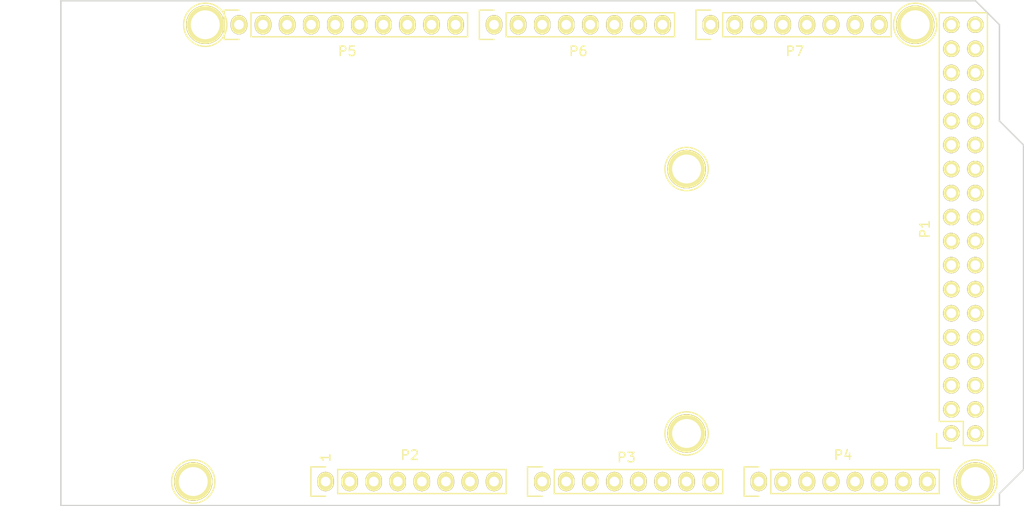
<source format=kicad_pcb>
(kicad_pcb (version 20221018) (generator pcbnew)
  (title_block (date "mar. 31 mars 2015"))
  (layers (0 "F.Cu" signal) (31 "B.Cu" signal) (34 "B.Paste" user) (35 "F.Paste" user) (36 "B.SilkS" user "B.Silkscreen") (37 "F.SilkS" user "F.Silkscreen") (38 "B.Mask" user) (39 "F.Mask" user) (44 "Edge.Cuts" user))
  (net 0 "")
  (net 1 "GND")
  (net 2 "/52(SCK)")
  (net 3 "/53(SS)")
  (net 4 "/50(MISO)")
  (net 5 "/51(MOSI)")
  (net 6 "/48")
  (net 7 "/49")
  (net 8 "/46")
  (net 9 "/47")
  (net 10 "/44")
  (net 11 "/45")
  (net 12 "/42")
  (net 13 "/43")
  (net 14 "/40")
  (net 15 "/41")
  (net 16 "/38")
  (net 17 "/39")
  (net 18 "/36")
  (net 19 "/37")
  (net 20 "/34")
  (net 21 "/35")
  (net 22 "/32")
  (net 23 "/33")
  (net 24 "/30")
  (net 25 "/31")
  (net 26 "/28")
  (net 27 "/29")
  (net 28 "/26")
  (net 29 "/27")
  (net 30 "/24")
  (net 31 "/25")
  (net 32 "/22")
  (net 33 "/23")
  (net 34 "+5V")
  (net 35 "/IOREF")
  (net 36 "/Reset")
  (net 37 "/Vin")
  (net 38 "/A0")
  (net 39 "/A1")
  (net 40 "/A2")
  (net 41 "/A3")
  (net 42 "/A4")
  (net 43 "/A5")
  (net 44 "/A6")
  (net 45 "/A7")
  (net 46 "/A8")
  (net 47 "/A9")
  (net 48 "/A10")
  (net 49 "/A11")
  (net 50 "/A12")
  (net 51 "/A13")
  (net 52 "/A14")
  (net 53 "/A15")
  (net 54 "/SCL")
  (net 55 "/SDA")
  (net 56 "/AREF")
  (net 57 "/13(**)")
  (net 58 "/12(**)")
  (net 59 "/11(**)")
  (net 60 "/10(**)")
  (net 61 "/9(**)")
  (net 62 "/8(**)")
  (net 63 "/7(**)")
  (net 64 "/6(**)")
  (net 65 "/5(**)")
  (net 66 "/4(**)")
  (net 67 "/3(**)")
  (net 68 "/2(**)")
  (net 69 "/20(SDA)")
  (net 70 "/21(SCL)")
  (net 71 "Net-(P8-Pad1)")
  (net 72 "Net-(P9-Pad1)")
  (net 73 "Net-(P10-Pad1)")
  (net 74 "Net-(P11-Pad1)")
  (net 75 "Net-(P12-Pad1)")
  (net 76 "Net-(P13-Pad1)")
  (net 77 "Net-(P2-Pad1)")
  (net 78 "+3V3")
  (net 79 "/1(Tx0)")
  (net 80 "/0(Rx0)")
  (net 81 "/14(Tx3)")
  (net 82 "/15(Rx3)")
  (net 83 "/16(Tx2)")
  (net 84 "/17(Rx2)")
  (net 85 "/18(Tx1)")
  (net 86 "/19(Rx1)")
  (footprint "Socket_Arduino_Mega:Socket_Strip_Arduino_2x18" (layer "F.Cu") (at 197.358 114.046 90)
    (fp_text reference "P1" (at 21.59 -2.794 90) (layer "F.SilkS"))
    (fp_text value "Digital")
    (fp_line (start -1.55 -1.55) (end -1.55 0) (stroke (width 0.15)) (layer "F.SilkS"))
    (fp_line (start -1.27 1.27) (end 1.27 1.27) (stroke (width 0.15)) (layer "F.SilkS"))
    (fp_line (start -1.27 3.81) (end -1.27 1.27) (stroke (width 0.15)) (layer "F.SilkS"))
    (fp_line (start -1.27 3.81) (end 44.45 3.81) (stroke (width 0.15)) (layer "F.SilkS"))
    (fp_line (start 0 -1.55) (end -1.55 -1.55) (stroke (width 0.15)) (layer "F.SilkS"))
    (fp_line (start 1.27 1.27) (end 1.27 -1.27) (stroke (width 0.15)) (layer "F.SilkS"))
    (fp_line (start 44.45 -1.27) (end 1.27 -1.27) (stroke (width 0.15)) (layer "F.SilkS"))
    (fp_line (start 44.45 3.81) (end 44.45 -1.27) (stroke (width 0.15)) (layer "F.SilkS"))
    (pad "1" thru_hole circle locked (at 0 0 90) (size 1.7272 1.7272) (drill 1.016) (layers "*.Cu" "*.Mask" "F.SilkS") (net 1 "GND"))
    (pad "2" thru_hole oval locked (at 0 2.54 90) (size 1.7272 1.7272) (drill 1.016) (layers "*.Cu" "*.Mask" "F.SilkS") (net 1 "GND"))
    (pad "3" thru_hole oval locked (at 2.54 0 90) (size 1.7272 1.7272) (drill 1.016) (layers "*.Cu" "*.Mask" "F.SilkS") (net 2 "/52(SCK)"))
    (pad "4" thru_hole oval locked (at 2.54 2.54 90) (size 1.7272 1.7272) (drill 1.016) (layers "*.Cu" "*.Mask" "F.SilkS") (net 3 "/53(SS)"))
    (pad "5" thru_hole oval locked (at 5.08 0 90) (size 1.7272 1.7272) (drill 1.016) (layers "*.Cu" "*.Mask" "F.SilkS") (net 4 "/50(MISO)"))
    (pad "6" thru_hole oval locked (at 5.08 2.54 90) (size 1.7272 1.7272) (drill 1.016) (layers "*.Cu" "*.Mask" "F.SilkS") (net 5 "/51(MOSI)"))
    (pad "7" thru_hole oval locked (at 7.62 0 90) (size 1.7272 1.7272) (drill 1.016) (layers "*.Cu" "*.Mask" "F.SilkS") (net 6 "/48"))
    (pad "8" thru_hole oval locked (at 7.62 2.54 90) (size 1.7272 1.7272) (drill 1.016) (layers "*.Cu" "*.Mask" "F.SilkS") (net 7 "/49"))
    (pad "9" thru_hole oval locked (at 10.16 0 90) (size 1.7272 1.7272) (drill 1.016) (layers "*.Cu" "*.Mask" "F.SilkS") (net 8 "/46"))
    (pad "10" thru_hole oval locked (at 10.16 2.54 90) (size 1.7272 1.7272) (drill 1.016) (layers "*.Cu" "*.Mask" "F.SilkS") (net 9 "/47"))
    (pad "11" thru_hole oval locked (at 12.7 0 90) (size 1.7272 1.7272) (drill 1.016) (layers "*.Cu" "*.Mask" "F.SilkS") (net 10 "/44"))
    (pad "12" thru_hole oval locked (at 12.7 2.54 90) (size 1.7272 1.7272) (drill 1.016) (layers "*.Cu" "*.Mask" "F.SilkS") (net 11 "/45"))
    (pad "13" thru_hole oval locked (at 15.24 0 90) (size 1.7272 1.7272) (drill 1.016) (layers "*.Cu" "*.Mask" "F.SilkS") (net 12 "/42"))
    (pad "14" thru_hole oval locked (at 15.24 2.54 90) (size 1.7272 1.7272) (drill 1.016) (layers "*.Cu" "*.Mask" "F.SilkS") (net 13 "/43"))
    (pad "15" thru_hole oval locked (at 17.78 0 90) (size 1.7272 1.7272) (drill 1.016) (layers "*.Cu" "*.Mask" "F.SilkS") (net 14 "/40"))
    (pad "16" thru_hole oval locked (at 17.78 2.54 90) (size 1.7272 1.7272) (drill 1.016) (layers "*.Cu" "*.Mask" "F.SilkS") (net 15 "/41"))
    (pad "17" thru_hole oval locked (at 20.32 0 90) (size 1.7272 1.7272) (drill 1.016) (layers "*.Cu" "*.Mask" "F.SilkS") (net 16 "/38"))
    (pad "18" thru_hole oval locked (at 20.32 2.54 90) (size 1.7272 1.7272) (drill 1.016) (layers "*.Cu" "*.Mask" "F.SilkS") (net 17 "/39"))
    (pad "19" thru_hole oval locked (at 22.86 0 90) (size 1.7272 1.7272) (drill 1.016) (layers "*.Cu" "*.Mask" "F.SilkS") (net 18 "/36"))
    (pad "20" thru_hole oval locked (at 22.86 2.54 90) (size 1.7272 1.7272) (drill 1.016) (layers "*.Cu" "*.Mask" "F.SilkS") (net 19 "/37"))
    (pad "21" thru_hole oval locked (at 25.4 0 90) (size 1.7272 1.7272) (drill 1.016) (layers "*.Cu" "*.Mask" "F.SilkS") (net 20 "/34"))
    (pad "22" thru_hole oval locked (at 25.4 2.54 90) (size 1.7272 1.7272) (drill 1.016) (layers "*.Cu" "*.Mask" "F.SilkS") (net 21 "/35"))
    (pad "23" thru_hole oval locked (at 27.94 0 90) (size 1.7272 1.7272) (drill 1.016) (layers "*.Cu" "*.Mask" "F.SilkS") (net 22 "/32"))
    (pad "24" thru_hole oval locked (at 27.94 2.54 90) (size 1.7272 1.7272) (drill 1.016) (layers "*.Cu" "*.Mask" "F.SilkS") (net 23 "/33"))
    (pad "25" thru_hole oval locked (at 30.48 0 90) (size 1.7272 1.7272) (drill 1.016) (layers "*.Cu" "*.Mask" "F.SilkS") (net 24 "/30"))
    (pad "26" thru_hole oval locked (at 30.48 2.54 90) (size 1.7272 1.7272) (drill 1.016) (layers "*.Cu" "*.Mask" "F.SilkS") (net 25 "/31"))
    (pad "27" thru_hole oval locked (at 33.02 0 90) (size 1.7272 1.7272) (drill 1.016) (layers "*.Cu" "*.Mask" "F.SilkS") (net 26 "/28"))
    (pad "28" thru_hole oval locked (at 33.02 2.54 90) (size 1.7272 1.7272) (drill 1.016) (layers "*.Cu" "*.Mask" "F.SilkS") (net 27 "/29"))
    (pad "29" thru_hole oval locked (at 35.56 0 90) (size 1.7272 1.7272) (drill 1.016) (layers "*.Cu" "*.Mask" "F.SilkS") (net 28 "/26"))
    (pad "30" thru_hole oval locked (at 35.56 2.54 90) (size 1.7272 1.7272) (drill 1.016) (layers "*.Cu" "*.Mask" "F.SilkS") (net 29 "/27"))
    (pad "31" thru_hole oval locked (at 38.1 0 90) (size 1.7272 1.7272) (drill 1.016) (layers "*.Cu" "*.Mask" "F.SilkS") (net 30 "/24"))
    (pad "32" thru_hole oval locked (at 38.1 2.54 90) (size 1.7272 1.7272) (drill 1.016) (layers "*.Cu" "*.Mask" "F.SilkS") (net 31 "/25"))
    (pad "33" thru_hole oval locked (at 40.64 0 90) (size 1.7272 1.7272) (drill 1.016) (layers "*.Cu" "*.Mask" "F.SilkS") (net 32 "/22"))
    (pad "34" thru_hole oval locked (at 40.64 2.54 90) (size 1.7272 1.7272) (drill 1.016) (layers "*.Cu" "*.Mask" "F.SilkS") (net 33 "/23"))
    (pad "35" thru_hole oval locked (at 43.18 0 90) (size 1.7272 1.7272) (drill 1.016) (layers "*.Cu" "*.Mask" "F.SilkS") (net 34 "+5V"))
    (pad "36" thru_hole oval locked (at 43.18 2.54 90) (size 1.7272 1.7272) (drill 1.016) (layers "*.Cu" "*.Mask" "F.SilkS") (net 34 "+5V"))
  )
  (footprint "Socket_Arduino_Mega:Socket_Strip_Arduino_1x08" (layer "F.Cu") (at 131.318 119.126)
    (fp_text reference "P2" (at 8.89 -2.794) (layer "F.SilkS"))
    (fp_text value "Power")
    (fp_line (start -1.55 -1.55) (end -1.55 1.55) (stroke (width 0.15)) (layer "F.SilkS"))
    (fp_line (start -1.55 1.55) (end 0 1.55) (stroke (width 0.15)) (layer "F.SilkS"))
    (fp_line (start 0 -1.55) (end -1.55 -1.55) (stroke (width 0.15)) (layer "F.SilkS"))
    (fp_line (start 1.27 1.27) (end 1.27 -1.27) (stroke (width 0.15)) (layer "F.SilkS"))
    (fp_line (start 1.27 1.27) (end 19.05 1.27) (stroke (width 0.15)) (layer "F.SilkS"))
    (fp_line (start 19.05 -1.27) (end 1.27 -1.27) (stroke (width 0.15)) (layer "F.SilkS"))
    (fp_line (start 19.05 1.27) (end 19.05 -1.27) (stroke (width 0.15)) (layer "F.SilkS"))
    (pad "1" thru_hole oval locked (at 0 0) (size 1.7272 2.032) (drill 1.016) (layers "*.Cu" "*.Mask" "F.SilkS") (net 77 "Net-(P2-Pad1)"))
    (pad "2" thru_hole oval locked (at 2.54 0) (size 1.7272 2.032) (drill 1.016) (layers "*.Cu" "*.Mask" "F.SilkS") (net 35 "/IOREF"))
    (pad "3" thru_hole oval locked (at 5.08 0) (size 1.7272 2.032) (drill 1.016) (layers "*.Cu" "*.Mask" "F.SilkS") (net 36 "/Reset"))
    (pad "4" thru_hole oval locked (at 7.62 0) (size 1.7272 2.032) (drill 1.016) (layers "*.Cu" "*.Mask" "F.SilkS") (net 78 "+3V3"))
    (pad "5" thru_hole oval locked (at 10.16 0) (size 1.7272 2.032) (drill 1.016) (layers "*.Cu" "*.Mask" "F.SilkS") (net 34 "+5V"))
    (pad "6" thru_hole oval locked (at 12.7 0) (size 1.7272 2.032) (drill 1.016) (layers "*.Cu" "*.Mask" "F.SilkS") (net 1 "GND"))
    (pad "7" thru_hole oval locked (at 15.24 0) (size 1.7272 2.032) (drill 1.016) (layers "*.Cu" "*.Mask" "F.SilkS") (net 1 "GND"))
    (pad "8" thru_hole oval locked (at 17.78 0) (size 1.7272 2.032) (drill 1.016) (layers "*.Cu" "*.Mask" "F.SilkS") (net 37 "/Vin"))
  )
  (footprint "Socket_Arduino_Mega:Socket_Strip_Arduino_1x08" (layer "F.Cu") (at 154.178 119.126)
    (fp_text reference "P3" (at 8.89 -2.54) (layer "F.SilkS"))
    (fp_text value "Analog")
    (fp_line (start -1.55 -1.55) (end -1.55 1.55) (stroke (width 0.15)) (layer "F.SilkS"))
    (fp_line (start -1.55 1.55) (end 0 1.55) (stroke (width 0.15)) (layer "F.SilkS"))
    (fp_line (start 0 -1.55) (end -1.55 -1.55) (stroke (width 0.15)) (layer "F.SilkS"))
    (fp_line (start 1.27 1.27) (end 1.27 -1.27) (stroke (width 0.15)) (layer "F.SilkS"))
    (fp_line (start 1.27 1.27) (end 19.05 1.27) (stroke (width 0.15)) (layer "F.SilkS"))
    (fp_line (start 19.05 -1.27) (end 1.27 -1.27) (stroke (width 0.15)) (layer "F.SilkS"))
    (fp_line (start 19.05 1.27) (end 19.05 -1.27) (stroke (width 0.15)) (layer "F.SilkS"))
    (pad "1" thru_hole oval locked (at 0 0) (size 1.7272 2.032) (drill 1.016) (layers "*.Cu" "*.Mask" "F.SilkS") (net 38 "/A0"))
    (pad "2" thru_hole oval locked (at 2.54 0) (size 1.7272 2.032) (drill 1.016) (layers "*.Cu" "*.Mask" "F.SilkS") (net 39 "/A1"))
    (pad "3" thru_hole oval locked (at 5.08 0) (size 1.7272 2.032) (drill 1.016) (layers "*.Cu" "*.Mask" "F.SilkS") (net 40 "/A2"))
    (pad "4" thru_hole oval locked (at 7.62 0) (size 1.7272 2.032) (drill 1.016) (layers "*.Cu" "*.Mask" "F.SilkS") (net 41 "/A3"))
    (pad "5" thru_hole oval locked (at 10.16 0) (size 1.7272 2.032) (drill 1.016) (layers "*.Cu" "*.Mask" "F.SilkS") (net 42 "/A4"))
    (pad "6" thru_hole oval locked (at 12.7 0) (size 1.7272 2.032) (drill 1.016) (layers "*.Cu" "*.Mask" "F.SilkS") (net 43 "/A5"))
    (pad "7" thru_hole oval locked (at 15.24 0) (size 1.7272 2.032) (drill 1.016) (layers "*.Cu" "*.Mask" "F.SilkS") (net 44 "/A6"))
    (pad "8" thru_hole oval locked (at 17.78 0) (size 1.7272 2.032) (drill 1.016) (layers "*.Cu" "*.Mask" "F.SilkS") (net 45 "/A7"))
  )
  (footprint "Socket_Arduino_Mega:Socket_Strip_Arduino_1x08" (layer "F.Cu") (at 177.038 119.126)
    (fp_text reference "P4" (at 8.89 -2.794) (layer "F.SilkS"))
    (fp_text value "Analog")
    (fp_line (start -1.55 -1.55) (end -1.55 1.55) (stroke (width 0.15)) (layer "F.SilkS"))
    (fp_line (start -1.55 1.55) (end 0 1.55) (stroke (width 0.15)) (layer "F.SilkS"))
    (fp_line (start 0 -1.55) (end -1.55 -1.55) (stroke (width 0.15)) (layer "F.SilkS"))
    (fp_line (start 1.27 1.27) (end 1.27 -1.27) (stroke (width 0.15)) (layer "F.SilkS"))
    (fp_line (start 1.27 1.27) (end 19.05 1.27) (stroke (width 0.15)) (layer "F.SilkS"))
    (fp_line (start 19.05 -1.27) (end 1.27 -1.27) (stroke (width 0.15)) (layer "F.SilkS"))
    (fp_line (start 19.05 1.27) (end 19.05 -1.27) (stroke (width 0.15)) (layer "F.SilkS"))
    (pad "1" thru_hole oval locked (at 0 0) (size 1.7272 2.032) (drill 1.016) (layers "*.Cu" "*.Mask" "F.SilkS") (net 46 "/A8"))
    (pad "2" thru_hole oval locked (at 2.54 0) (size 1.7272 2.032) (drill 1.016) (layers "*.Cu" "*.Mask" "F.SilkS") (net 47 "/A9"))
    (pad "3" thru_hole oval locked (at 5.08 0) (size 1.7272 2.032) (drill 1.016) (layers "*.Cu" "*.Mask" "F.SilkS") (net 48 "/A10"))
    (pad "4" thru_hole oval locked (at 7.62 0) (size 1.7272 2.032) (drill 1.016) (layers "*.Cu" "*.Mask" "F.SilkS") (net 49 "/A11"))
    (pad "5" thru_hole oval locked (at 10.16 0) (size 1.7272 2.032) (drill 1.016) (layers "*.Cu" "*.Mask" "F.SilkS") (net 50 "/A12"))
    (pad "6" thru_hole oval locked (at 12.7 0) (size 1.7272 2.032) (drill 1.016) (layers "*.Cu" "*.Mask" "F.SilkS") (net 51 "/A13"))
    (pad "7" thru_hole oval locked (at 15.24 0) (size 1.7272 2.032) (drill 1.016) (layers "*.Cu" "*.Mask" "F.SilkS") (net 52 "/A14"))
    (pad "8" thru_hole oval locked (at 17.78 0) (size 1.7272 2.032) (drill 1.016) (layers "*.Cu" "*.Mask" "F.SilkS") (net 53 "/A15"))
  )
  (footprint "Socket_Arduino_Mega:Socket_Strip_Arduino_1x10" (layer "F.Cu") (at 122.174 70.866)
    (fp_text reference "P5" (at 11.43 2.794) (layer "F.SilkS"))
    (fp_text value "PWM")
    (fp_line (start -1.55 -1.55) (end -1.55 1.55) (stroke (width 0.15)) (layer "F.SilkS"))
    (fp_line (start -1.55 1.55) (end 0 1.55) (stroke (width 0.15)) (layer "F.SilkS"))
    (fp_line (start 0 -1.55) (end -1.55 -1.55) (stroke (width 0.15)) (layer "F.SilkS"))
    (fp_line (start 1.27 1.27) (end 1.27 -1.27) (stroke (width 0.15)) (layer "F.SilkS"))
    (fp_line (start 1.27 1.27) (end 24.13 1.27) (stroke (width 0.15)) (layer "F.SilkS"))
    (fp_line (start 24.13 -1.27) (end 1.27 -1.27) (stroke (width 0.15)) (layer "F.SilkS"))
    (fp_line (start 24.13 1.27) (end 24.13 -1.27) (stroke (width 0.15)) (layer "F.SilkS"))
    (pad "1" thru_hole oval locked (at 0 0) (size 1.7272 2.032) (drill 1.016) (layers "*.Cu" "*.Mask" "F.SilkS") (net 54 "/SCL"))
    (pad "2" thru_hole oval locked (at 2.54 0) (size 1.7272 2.032) (drill 1.016) (layers "*.Cu" "*.Mask" "F.SilkS") (net 55 "/SDA"))
    (pad "3" thru_hole oval locked (at 5.08 0) (size 1.7272 2.032) (drill 1.016) (layers "*.Cu" "*.Mask" "F.SilkS") (net 56 "/AREF"))
    (pad "4" thru_hole oval locked (at 7.62 0) (size 1.7272 2.032) (drill 1.016) (layers "*.Cu" "*.Mask" "F.SilkS") (net 1 "GND"))
    (pad "5" thru_hole oval locked (at 10.16 0) (size 1.7272 2.032) (drill 1.016) (layers "*.Cu" "*.Mask" "F.SilkS") (net 57 "/13(**)"))
    (pad "6" thru_hole oval locked (at 12.7 0) (size 1.7272 2.032) (drill 1.016) (layers "*.Cu" "*.Mask" "F.SilkS") (net 58 "/12(**)"))
    (pad "7" thru_hole oval locked (at 15.24 0) (size 1.7272 2.032) (drill 1.016) (layers "*.Cu" "*.Mask" "F.SilkS") (net 59 "/11(**)"))
    (pad "8" thru_hole oval locked (at 17.78 0) (size 1.7272 2.032) (drill 1.016) (layers "*.Cu" "*.Mask" "F.SilkS") (net 60 "/10(**)"))
    (pad "9" thru_hole oval locked (at 20.32 0) (size 1.7272 2.032) (drill 1.016) (layers "*.Cu" "*.Mask" "F.SilkS") (net 61 "/9(**)"))
    (pad "10" thru_hole oval locked (at 22.86 0) (size 1.7272 2.032) (drill 1.016) (layers "*.Cu" "*.Mask" "F.SilkS") (net 62 "/8(**)"))
  )
  (footprint "Socket_Arduino_Mega:Socket_Strip_Arduino_1x08" (layer "F.Cu") (at 149.098 70.866)
    (fp_text reference "P6" (at 8.89 2.794) (layer "F.SilkS"))
    (fp_text value "PWM")
    (fp_line (start -1.55 -1.55) (end -1.55 1.55) (stroke (width 0.15)) (layer "F.SilkS"))
    (fp_line (start -1.55 1.55) (end 0 1.55) (stroke (width 0.15)) (layer "F.SilkS"))
    (fp_line (start 0 -1.55) (end -1.55 -1.55) (stroke (width 0.15)) (layer "F.SilkS"))
    (fp_line (start 1.27 1.27) (end 1.27 -1.27) (stroke (width 0.15)) (layer "F.SilkS"))
    (fp_line (start 1.27 1.27) (end 19.05 1.27) (stroke (width 0.15)) (layer "F.SilkS"))
    (fp_line (start 19.05 -1.27) (end 1.27 -1.27) (stroke (width 0.15)) (layer "F.SilkS"))
    (fp_line (start 19.05 1.27) (end 19.05 -1.27) (stroke (width 0.15)) (layer "F.SilkS"))
    (pad "1" thru_hole oval locked (at 0 0) (size 1.7272 2.032) (drill 1.016) (layers "*.Cu" "*.Mask" "F.SilkS") (net 63 "/7(**)"))
    (pad "2" thru_hole oval locked (at 2.54 0) (size 1.7272 2.032) (drill 1.016) (layers "*.Cu" "*.Mask" "F.SilkS") (net 64 "/6(**)"))
    (pad "3" thru_hole oval locked (at 5.08 0) (size 1.7272 2.032) (drill 1.016) (layers "*.Cu" "*.Mask" "F.SilkS") (net 65 "/5(**)"))
    (pad "4" thru_hole oval locked (at 7.62 0) (size 1.7272 2.032) (drill 1.016) (layers "*.Cu" "*.Mask" "F.SilkS") (net 66 "/4(**)"))
    (pad "5" thru_hole oval locked (at 10.16 0) (size 1.7272 2.032) (drill 1.016) (layers "*.Cu" "*.Mask" "F.SilkS") (net 67 "/3(**)"))
    (pad "6" thru_hole oval locked (at 12.7 0) (size 1.7272 2.032) (drill 1.016) (layers "*.Cu" "*.Mask" "F.SilkS") (net 68 "/2(**)"))
    (pad "7" thru_hole oval locked (at 15.24 0) (size 1.7272 2.032) (drill 1.016) (layers "*.Cu" "*.Mask" "F.SilkS") (net 79 "/1(Tx0)"))
    (pad "8" thru_hole oval locked (at 17.78 0) (size 1.7272 2.032) (drill 1.016) (layers "*.Cu" "*.Mask" "F.SilkS") (net 80 "/0(Rx0)"))
  )
  (footprint "Socket_Arduino_Mega:Socket_Strip_Arduino_1x08" (layer "F.Cu") (at 171.958 70.866)
    (fp_text reference "P7" (at 8.89 2.794) (layer "F.SilkS"))
    (fp_text value "Communication")
    (fp_line (start -1.55 -1.55) (end -1.55 1.55) (stroke (width 0.15)) (layer "F.SilkS"))
    (fp_line (start -1.55 1.55) (end 0 1.55) (stroke (width 0.15)) (layer "F.SilkS"))
    (fp_line (start 0 -1.55) (end -1.55 -1.55) (stroke (width 0.15)) (layer "F.SilkS"))
    (fp_line (start 1.27 1.27) (end 1.27 -1.27) (stroke (width 0.15)) (layer "F.SilkS"))
    (fp_line (start 1.27 1.27) (end 19.05 1.27) (stroke (width 0.15)) (layer "F.SilkS"))
    (fp_line (start 19.05 -1.27) (end 1.27 -1.27) (stroke (width 0.15)) (layer "F.SilkS"))
    (fp_line (start 19.05 1.27) (end 19.05 -1.27) (stroke (width 0.15)) (layer "F.SilkS"))
    (pad "1" thru_hole oval locked (at 0 0) (size 1.7272 2.032) (drill 1.016) (layers "*.Cu" "*.Mask" "F.SilkS") (net 81 "/14(Tx3)"))
    (pad "2" thru_hole oval locked (at 2.54 0) (size 1.7272 2.032) (drill 1.016) (layers "*.Cu" "*.Mask" "F.SilkS") (net 82 "/15(Rx3)"))
    (pad "3" thru_hole oval locked (at 5.08 0) (size 1.7272 2.032) (drill 1.016) (layers "*.Cu" "*.Mask" "F.SilkS") (net 83 "/16(Tx2)"))
    (pad "4" thru_hole oval locked (at 7.62 0) (size 1.7272 2.032) (drill 1.016) (layers "*.Cu" "*.Mask" "F.SilkS") (net 84 "/17(Rx2)"))
    (pad "5" thru_hole oval locked (at 10.16 0) (size 1.7272 2.032) (drill 1.016) (layers "*.Cu" "*.Mask" "F.SilkS") (net 85 "/18(Tx1)"))
    (pad "6" thru_hole oval locked (at 12.7 0) (size 1.7272 2.032) (drill 1.016) (layers "*.Cu" "*.Mask" "F.SilkS") (net 86 "/19(Rx1)"))
    (pad "7" thru_hole oval locked (at 15.24 0) (size 1.7272 2.032) (drill 1.016) (layers "*.Cu" "*.Mask" "F.SilkS") (net 69 "/20(SDA)"))
    (pad "8" thru_hole oval locked (at 17.78 0) (size 1.7272 2.032) (drill 1.016) (layers "*.Cu" "*.Mask" "F.SilkS") (net 70 "/21(SCL)"))
  )
  (footprint "Socket_Arduino_Mega:Arduino_1pin" (layer "F.Cu") (at 117.348 119.126)
    (fp_text reference "P8" hide)
    (fp_text value "CONN_1" hide)
    (fp_circle (center 0 0) (end 0 -2.286) (stroke (width 0.15)) (fill none) (layer "F.SilkS"))
    (pad "1" thru_hole circle locked (at 0 0) (size 4.064 4.064) (drill 3.048) (layers "*.Cu" "*.Mask" "F.SilkS") (net 71 "Net-(P8-Pad1)"))
  )
  (footprint "Socket_Arduino_Mega:Arduino_1pin" (layer "F.Cu") (at 169.418 114.046)
    (fp_text reference "P9" hide)
    (fp_text value "CONN_1" hide)
    (fp_circle (center 0 0) (end 0 -2.286) (stroke (width 0.15)) (fill none) (layer "F.SilkS"))
    (pad "1" thru_hole circle locked (at 0 0) (size 4.064 4.064) (drill 3.048) (layers "*.Cu" "*.Mask" "F.SilkS") (net 72 "Net-(P9-Pad1)"))
  )
  (footprint "Socket_Arduino_Mega:Arduino_1pin" (layer "F.Cu") (at 199.898 119.126)
    (fp_text reference "P10" hide)
    (fp_text value "CONN_1" hide)
    (fp_circle (center 0 0) (end 0 -2.286) (stroke (width 0.15)) (fill none) (layer "F.SilkS"))
    (pad "1" thru_hole circle locked (at 0 0) (size 4.064 4.064) (drill 3.048) (layers "*.Cu" "*.Mask" "F.SilkS") (net 73 "Net-(P10-Pad1)"))
  )
  (footprint "Socket_Arduino_Mega:Arduino_1pin" (layer "F.Cu") (at 118.618 70.866)
    (fp_text reference "P11" hide)
    (fp_text value "CONN_1" hide)
    (fp_circle (center 0 0) (end 0 -2.286) (stroke (width 0.15)) (fill none) (layer "F.SilkS"))
    (pad "1" thru_hole circle locked (at 0 0) (size 4.064 4.064) (drill 3.048) (layers "*.Cu" "*.Mask" "F.SilkS") (net 74 "Net-(P11-Pad1)"))
  )
  (footprint "Socket_Arduino_Mega:Arduino_1pin" (layer "F.Cu") (at 169.418 86.106)
    (fp_text reference "P12" hide)
    (fp_text value "CONN_1" hide)
    (fp_circle (center 0 0) (end 0 -2.286) (stroke (width 0.15)) (fill none) (layer "F.SilkS"))
    (pad "1" thru_hole circle locked (at 0 0) (size 4.064 4.064) (drill 3.048) (layers "*.Cu" "*.Mask" "F.SilkS") (net 75 "Net-(P12-Pad1)"))
  )
  (footprint "Socket_Arduino_Mega:Arduino_1pin" (layer "F.Cu") (at 193.548 70.866)
    (fp_text reference "P13" hide)
    (fp_text value "CONN_1" hide)
    (fp_circle (center 0 0) (end 0 -2.286) (stroke (width 0.15)) (fill none) (layer "F.SilkS"))
    (pad "1" thru_hole circle locked (at 0 0) (size 4.064 4.064) (drill 3.048) (layers "*.Cu" "*.Mask" "F.SilkS") (net 76 "Net-(P13-Pad1)"))
  )
  (gr_line (start 202.438 81.026) (end 204.978 83.566) (stroke (width 0.15)) (layer "Edge.Cuts"))
  (gr_line (start 202.438 121.666) (end 103.378 121.666) (stroke (width 0.15)) (layer "Edge.Cuts"))
  (gr_line (start 103.378 68.326) (end 199.898 68.326) (stroke (width 0.15)) (layer "Edge.Cuts"))
  (gr_line (start 204.978 83.566) (end 204.978 117.856) (stroke (width 0.15)) (layer "Edge.Cuts"))
  (gr_line (start 202.438 70.866) (end 202.438 81.026) (stroke (width 0.15)) (layer "Edge.Cuts"))
  (gr_line (start 199.898 68.326) (end 202.438 70.866) (stroke (width 0.15)) (layer "Edge.Cuts"))
  (gr_line (start 103.378 121.666) (end 103.378 68.326) (stroke (width 0.15)) (layer "Edge.Cuts"))
  (gr_line (start 204.978 117.856) (end 202.438 120.396) (stroke (width 0.15)) (layer "Edge.Cuts"))
  (gr_line (start 202.438 120.396) (end 202.438 121.666) (stroke (width 0.15)) (layer "Edge.Cuts"))
  (gr_text "1" (at 131.318 116.586 90) (layer "F.SilkS") (effects (font (size 1 1))))
)
</source>
